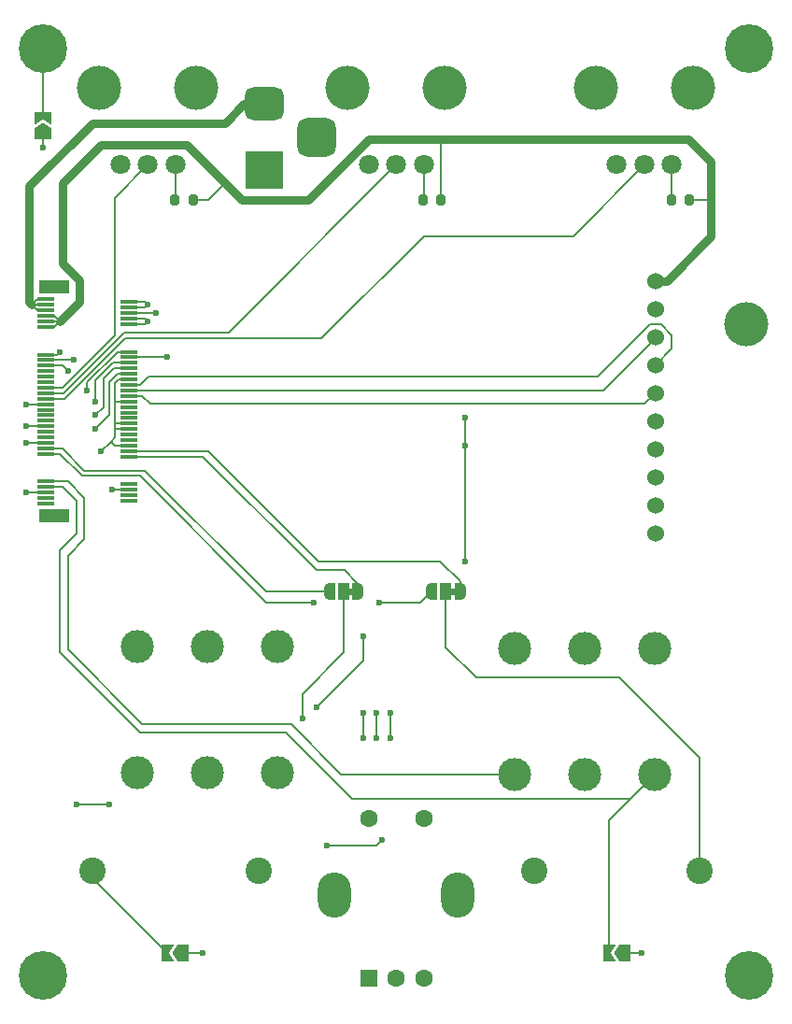
<source format=gbr>
%TF.GenerationSoftware,KiCad,Pcbnew,8.0.1*%
%TF.CreationDate,2024-04-21T18:31:03+02:00*%
%TF.ProjectId,Hypersonic_pedal_pcb,48797065-7273-46f6-9e69-635f70656461,rev?*%
%TF.SameCoordinates,Original*%
%TF.FileFunction,Copper,L2,Bot*%
%TF.FilePolarity,Positive*%
%FSLAX46Y46*%
G04 Gerber Fmt 4.6, Leading zero omitted, Abs format (unit mm)*
G04 Created by KiCad (PCBNEW 8.0.1) date 2024-04-21 18:31:03*
%MOMM*%
%LPD*%
G01*
G04 APERTURE LIST*
G04 Aperture macros list*
%AMRoundRect*
0 Rectangle with rounded corners*
0 $1 Rounding radius*
0 $2 $3 $4 $5 $6 $7 $8 $9 X,Y pos of 4 corners*
0 Add a 4 corners polygon primitive as box body*
4,1,4,$2,$3,$4,$5,$6,$7,$8,$9,$2,$3,0*
0 Add four circle primitives for the rounded corners*
1,1,$1+$1,$2,$3*
1,1,$1+$1,$4,$5*
1,1,$1+$1,$6,$7*
1,1,$1+$1,$8,$9*
0 Add four rect primitives between the rounded corners*
20,1,$1+$1,$2,$3,$4,$5,0*
20,1,$1+$1,$4,$5,$6,$7,0*
20,1,$1+$1,$6,$7,$8,$9,0*
20,1,$1+$1,$8,$9,$2,$3,0*%
%AMFreePoly0*
4,1,6,1.000000,0.000000,0.500000,-0.750000,-0.500000,-0.750000,-0.500000,0.750000,0.500000,0.750000,1.000000,0.000000,1.000000,0.000000,$1*%
%AMFreePoly1*
4,1,6,0.500000,-0.750000,-0.650000,-0.750000,-0.150000,0.000000,-0.650000,0.750000,0.500000,0.750000,0.500000,-0.750000,0.500000,-0.750000,$1*%
%AMFreePoly2*
4,1,19,0.550000,-0.750000,0.000000,-0.750000,0.000000,-0.744911,-0.071157,-0.744911,-0.207708,-0.704816,-0.327430,-0.627875,-0.420627,-0.520320,-0.479746,-0.390866,-0.500000,-0.250000,-0.500000,0.250000,-0.479746,0.390866,-0.420627,0.520320,-0.327430,0.627875,-0.207708,0.704816,-0.071157,0.744911,0.000000,0.744911,0.000000,0.750000,0.550000,0.750000,0.550000,-0.750000,0.550000,-0.750000,
$1*%
%AMFreePoly3*
4,1,19,0.000000,0.744911,0.071157,0.744911,0.207708,0.704816,0.327430,0.627875,0.420627,0.520320,0.479746,0.390866,0.500000,0.250000,0.500000,-0.250000,0.479746,-0.390866,0.420627,-0.520320,0.327430,-0.627875,0.207708,-0.704816,0.071157,-0.744911,0.000000,-0.744911,0.000000,-0.750000,-0.550000,-0.750000,-0.550000,0.750000,0.000000,0.750000,0.000000,0.744911,0.000000,0.744911,
$1*%
G04 Aperture macros list end*
%TA.AperFunction,EtchedComponent*%
%ADD10C,0.000000*%
%TD*%
%TA.AperFunction,ComponentPad*%
%ADD11C,3.000000*%
%TD*%
%TA.AperFunction,SMDPad,CuDef*%
%ADD12R,1.550000X0.300000*%
%TD*%
%TA.AperFunction,SMDPad,CuDef*%
%ADD13R,2.750000X1.200000*%
%TD*%
%TA.AperFunction,ComponentPad*%
%ADD14C,4.000000*%
%TD*%
%TA.AperFunction,ComponentPad*%
%ADD15RoundRect,0.250000X0.550000X-0.550000X0.550000X0.550000X-0.550000X0.550000X-0.550000X-0.550000X0*%
%TD*%
%TA.AperFunction,ComponentPad*%
%ADD16C,1.600000*%
%TD*%
%TA.AperFunction,ComponentPad*%
%ADD17O,3.000000X4.100000*%
%TD*%
%TA.AperFunction,ComponentPad*%
%ADD18C,1.524000*%
%TD*%
%TA.AperFunction,SMDPad,CuDef*%
%ADD19FreePoly0,90.000000*%
%TD*%
%TA.AperFunction,SMDPad,CuDef*%
%ADD20FreePoly1,90.000000*%
%TD*%
%TA.AperFunction,ComponentPad*%
%ADD21C,0.700000*%
%TD*%
%TA.AperFunction,ComponentPad*%
%ADD22C,4.400000*%
%TD*%
%TA.AperFunction,WasherPad*%
%ADD23C,4.000000*%
%TD*%
%TA.AperFunction,ComponentPad*%
%ADD24C,1.800000*%
%TD*%
%TA.AperFunction,SMDPad,CuDef*%
%ADD25FreePoly2,180.000000*%
%TD*%
%TA.AperFunction,SMDPad,CuDef*%
%ADD26R,1.000000X1.500000*%
%TD*%
%TA.AperFunction,SMDPad,CuDef*%
%ADD27FreePoly3,180.000000*%
%TD*%
%TA.AperFunction,SMDPad,CuDef*%
%ADD28FreePoly0,180.000000*%
%TD*%
%TA.AperFunction,SMDPad,CuDef*%
%ADD29FreePoly1,180.000000*%
%TD*%
%TA.AperFunction,SMDPad,CuDef*%
%ADD30RoundRect,0.200000X0.200000X0.275000X-0.200000X0.275000X-0.200000X-0.275000X0.200000X-0.275000X0*%
%TD*%
%TA.AperFunction,ComponentPad*%
%ADD31R,3.500000X3.500000*%
%TD*%
%TA.AperFunction,ComponentPad*%
%ADD32RoundRect,0.750000X-1.000000X0.750000X-1.000000X-0.750000X1.000000X-0.750000X1.000000X0.750000X0*%
%TD*%
%TA.AperFunction,ComponentPad*%
%ADD33RoundRect,0.875000X-0.875000X0.875000X-0.875000X-0.875000X0.875000X-0.875000X0.875000X0.875000X0*%
%TD*%
%TA.AperFunction,ComponentPad*%
%ADD34C,2.400000*%
%TD*%
%TA.AperFunction,ViaPad*%
%ADD35C,0.600000*%
%TD*%
%TA.AperFunction,Conductor*%
%ADD36C,0.200000*%
%TD*%
%TA.AperFunction,Conductor*%
%ADD37C,0.800000*%
%TD*%
G04 APERTURE END LIST*
D10*
%TA.AperFunction,EtchedComponent*%
%TO.C,JP3*%
G36*
X121650000Y-126050000D02*
G01*
X121150000Y-126050000D01*
X121150000Y-125450000D01*
X121650000Y-125450000D01*
X121650000Y-126050000D01*
G37*
%TD.AperFunction*%
%TA.AperFunction,EtchedComponent*%
%TO.C,JP4*%
G36*
X112400000Y-126050000D02*
G01*
X111900000Y-126050000D01*
X111900000Y-125450000D01*
X112400000Y-125450000D01*
X112400000Y-126050000D01*
G37*
%TD.AperFunction*%
%TD*%
D11*
%TO.P,J3,R*%
%TO.N,unconnected-(J3-PadR)*%
X133350000Y-142285000D03*
%TO.P,J3,RN*%
%TO.N,N/C*%
X133350000Y-130855000D03*
%TO.P,J3,S*%
%TO.N,/IN-*%
X139700000Y-142285000D03*
%TO.P,J3,SN*%
%TO.N,N/C*%
X139700000Y-130855000D03*
%TO.P,J3,T*%
%TO.N,/IN+*%
X127000000Y-142285000D03*
%TO.P,J3,TN*%
%TO.N,N/C*%
X127000000Y-130855000D03*
%TD*%
%TO.P,J2,R*%
%TO.N,unconnected-(J2-PadR)*%
X99150000Y-130715000D03*
%TO.P,J2,RN*%
%TO.N,N/C*%
X99150000Y-142145000D03*
%TO.P,J2,S*%
%TO.N,Net-(JP2-B)*%
X92800000Y-130715000D03*
%TO.P,J2,SN*%
%TO.N,N/C*%
X92800000Y-142145000D03*
%TO.P,J2,T*%
%TO.N,Net-(C1-Pad1)*%
X105500000Y-130715000D03*
%TO.P,J2,TN*%
%TO.N,N/C*%
X105500000Y-142145000D03*
%TD*%
D12*
%TO.P,J1,1,VIN*%
%TO.N,+9V*%
X84490000Y-99250000D03*
%TO.P,J1,2,GND*%
%TO.N,GND*%
X92040000Y-99500000D03*
%TO.P,J1,3,VIN*%
%TO.N,+9V*%
X84490000Y-99750000D03*
%TO.P,J1,4,GND*%
%TO.N,GND*%
X92040000Y-100000000D03*
%TO.P,J1,5,VIN*%
%TO.N,+9V*%
X84490000Y-100250000D03*
%TO.P,J1,6,GND*%
%TO.N,GND*%
X92040000Y-100500000D03*
%TO.P,J1,7,3V3*%
%TO.N,+3V3*%
X84490000Y-100750000D03*
%TO.P,J1,8,GND*%
%TO.N,GND*%
X92040000Y-101000000D03*
%TO.P,J1,9,3V3*%
%TO.N,+3V3*%
X84490000Y-101250000D03*
%TO.P,J1,10,GND*%
%TO.N,GND*%
X92040000Y-101500000D03*
%TO.P,J1,11,3V3*%
%TO.N,+3V3*%
X84490000Y-101750000D03*
%TO.P,J1,20,GPIOD0*%
%TO.N,/SD_CS*%
X92040000Y-104000000D03*
%TO.P,J1,21,GPIOA0*%
%TO.N,/BLK*%
X84490000Y-104250000D03*
%TO.P,J1,22,GPIOD1*%
%TO.N,/SCREEN_CS*%
X92040000Y-104500000D03*
%TO.P,J1,23,GPIOA1*%
%TO.N,/SCREEN_RES*%
X84490000Y-104750000D03*
%TO.P,J1,24,GPIOD2*%
%TO.N,/D2*%
X92040000Y-105000000D03*
%TO.P,J1,25,GPIOA2*%
%TO.N,/SCREEN_DC*%
X84490000Y-105250000D03*
%TO.P,J1,26,GPIOD3*%
%TO.N,/D3*%
X92040000Y-105500000D03*
%TO.P,J1,27,GPIOA3*%
%TO.N,unconnected-(J1-GPIOA3-Pad27)*%
X84490000Y-105750000D03*
%TO.P,J1,28,GPIOD4*%
%TO.N,/D4*%
X92040000Y-106000000D03*
%TO.P,J1,29,GPIOA4*%
%TO.N,unconnected-(J1-GPIOA4-Pad29)*%
X84490000Y-106250000D03*
%TO.P,J1,30,GND*%
%TO.N,GND*%
X92040000Y-106500000D03*
%TO.P,J1,31,GPIOA5*%
%TO.N,unconnected-(J1-GPIOA5-Pad31)*%
X84490000Y-106750000D03*
%TO.P,J1,32,SPI_MOSI*%
%TO.N,/MOSI*%
X92040000Y-107000000D03*
%TO.P,J1,33,GPIOA6*%
%TO.N,/A6*%
X84490000Y-107250000D03*
%TO.P,J1,34,SPI_CLK*%
%TO.N,/SCLK*%
X92040000Y-107500000D03*
%TO.P,J1,35,GPIOA7*%
%TO.N,/A7*%
X84490000Y-107750000D03*
%TO.P,J1,36,SPI_MISO*%
%TO.N,/MISO*%
X92040000Y-108000000D03*
%TO.P,J1,37,GPIOA8*%
%TO.N,/A8*%
X84490000Y-108250000D03*
%TO.P,J1,38,GND*%
%TO.N,GND*%
X92040000Y-108500000D03*
%TO.P,J1,39,GND*%
X84490000Y-108750000D03*
%TO.P,J1,40,I2C_SDA*%
%TO.N,unconnected-(J1-I2C_SDA-Pad40)*%
X92040000Y-109000000D03*
%TO.P,J1,41,TX*%
%TO.N,unconnected-(J1-TX-Pad41)*%
X84490000Y-109250000D03*
%TO.P,J1,42,I2C_SCL*%
%TO.N,unconnected-(J1-I2C_SCL-Pad42)*%
X92040000Y-109500000D03*
%TO.P,J1,43,RX*%
%TO.N,unconnected-(J1-RX-Pad43)*%
X84490000Y-109750000D03*
%TO.P,J1,44,NC*%
%TO.N,unconnected-(J1-NC-Pad44)*%
X92040000Y-110000000D03*
%TO.P,J1,45,NC*%
%TO.N,unconnected-(J1-NC-Pad45)*%
X84490000Y-110250000D03*
%TO.P,J1,46,GND*%
%TO.N,GND*%
X92040000Y-110500000D03*
%TO.P,J1,47,GND*%
X84490000Y-110750000D03*
%TO.P,J1,48,GND*%
X92040000Y-111000000D03*
%TO.P,J1,49,HP_OUT_R+*%
%TO.N,unconnected-(J1-HP_OUT_R+-Pad49)*%
X84490000Y-111250000D03*
%TO.P,J1,50,A_OUT_R-*%
%TO.N,unconnected-(J1-A_OUT_R--Pad50)*%
X92040000Y-111500000D03*
%TO.P,J1,51,HP_OUT_R-*%
%TO.N,unconnected-(J1-HP_OUT_R--Pad51)*%
X84490000Y-111750000D03*
%TO.P,J1,52,A_OUT_R+*%
%TO.N,unconnected-(J1-A_OUT_R+-Pad52)*%
X92040000Y-112000000D03*
%TO.P,J1,53,GND*%
%TO.N,GND*%
X84490000Y-112250000D03*
%TO.P,J1,54,GND*%
X92040000Y-112500000D03*
%TO.P,J1,55,HP_OUT_L-*%
%TO.N,/HP-*%
X84490000Y-112750000D03*
%TO.P,J1,56,A_OUT_L+*%
%TO.N,/LINE+*%
X92040000Y-113000000D03*
%TO.P,J1,57,HP_OUT_L+*%
%TO.N,/HP+*%
X84490000Y-113250000D03*
%TO.P,J1,58,A_OUT_L-*%
%TO.N,/LINE-*%
X92040000Y-113500000D03*
%TO.P,J1,67,A_IN1_L+*%
%TO.N,/IN+*%
X84490000Y-115750000D03*
%TO.P,J1,68,A_IN2_R*%
%TO.N,unconnected-(J1-A_IN2_R-Pad68)*%
X92040000Y-116000000D03*
%TO.P,J1,69,A_IN1_L-*%
%TO.N,/IN-*%
X84490000Y-116250000D03*
%TO.P,J1,70,GND*%
%TO.N,GND*%
X92040000Y-116500000D03*
%TO.P,J1,71,GND*%
X84490000Y-116750000D03*
%TO.P,J1,72,MICBIAS*%
%TO.N,unconnected-(J1-MICBIAS-Pad72)*%
X92040000Y-117000000D03*
%TO.P,J1,73,A_IN1_R+*%
%TO.N,unconnected-(J1-A_IN1_R+-Pad73)*%
X84490000Y-117250000D03*
%TO.P,J1,74,A_IN2_L*%
%TO.N,unconnected-(J1-A_IN2_L-Pad74)*%
X92040000Y-117500000D03*
%TO.P,J1,75,A_IN1_R-*%
%TO.N,unconnected-(J1-A_IN1_R--Pad75)*%
X84490000Y-117750000D03*
D13*
%TO.P,J1,SH1*%
%TO.N,N/C*%
X85265000Y-98150000D03*
%TO.P,J1,SH2*%
X85265000Y-118850000D03*
D14*
%TO.P,J1,SH3*%
X148015000Y-101500000D03*
%TD*%
D15*
%TO.P,SW1,A,A*%
%TO.N,/D4*%
X113750000Y-160750000D03*
D16*
%TO.P,SW1,B,B*%
%TO.N,/D3*%
X118750000Y-160750000D03*
%TO.P,SW1,C,C*%
%TO.N,GND*%
X116250000Y-160750000D03*
%TO.P,SW1,S1,S1*%
%TO.N,/D2*%
X113750000Y-146250000D03*
%TO.P,SW1,S2,S2*%
%TO.N,GND*%
X118750000Y-146250000D03*
D17*
%TO.P,SW1,SH*%
%TO.N,N/C*%
X110650000Y-153250000D03*
X121850000Y-153250000D03*
%TD*%
D18*
%TO.P,J5,1,Pin_1*%
%TO.N,+3V3*%
X139750000Y-97570000D03*
%TO.P,J5,2,Pin_2*%
%TO.N,GND*%
X139750000Y-100110000D03*
%TO.P,J5,3,Pin_3*%
%TO.N,/SCLK*%
X139750000Y-102650000D03*
%TO.P,J5,4,Pin_4*%
%TO.N,/MOSI*%
X139750000Y-105190000D03*
%TO.P,J5,5,Pin_5*%
%TO.N,/MISO*%
X139750000Y-107730000D03*
%TO.P,J5,6,Pin_6*%
%TO.N,/SCREEN_CS*%
X139750000Y-110270000D03*
%TO.P,J5,7,Pin_7*%
%TO.N,/SCREEN_RES*%
X139750000Y-112810000D03*
%TO.P,J5,8,Pin_8*%
%TO.N,/SCREEN_DC*%
X139750000Y-115350000D03*
%TO.P,J5,9,Pin_9*%
%TO.N,/BLK*%
X139750000Y-117890000D03*
%TO.P,J5,10,Pin_10*%
%TO.N,/SD_CS*%
X139750000Y-120430000D03*
%TD*%
D19*
%TO.P,JP5,1,A*%
%TO.N,GND*%
X84250000Y-84224999D03*
D20*
%TO.P,JP5,2,B*%
%TO.N,Net-(JP5-B)*%
X84250000Y-82775001D03*
%TD*%
D21*
%TO.P,H4,1,1*%
%TO.N,unconnected-(H4-Pad1)*%
X82600000Y-160500000D03*
X83083274Y-159333274D03*
X83083274Y-161666726D03*
X84250000Y-158850000D03*
D22*
X84250000Y-160500000D03*
D21*
X84250000Y-162150000D03*
X85416726Y-159333274D03*
X85416726Y-161666726D03*
X85900000Y-160500000D03*
%TD*%
%TO.P,H3,1,1*%
%TO.N,unconnected-(H3-Pad1)*%
X146600000Y-160500000D03*
X147083274Y-159333274D03*
X147083274Y-161666726D03*
X148250000Y-158850000D03*
D22*
X148250000Y-160500000D03*
D21*
X148250000Y-162150000D03*
X149416726Y-159333274D03*
X149416726Y-161666726D03*
X149900000Y-160500000D03*
%TD*%
%TO.P,H2,1,1*%
%TO.N,Net-(JP5-B)*%
X82600000Y-76500000D03*
X83083274Y-75333274D03*
X83083274Y-77666726D03*
X84250000Y-74850000D03*
D22*
X84250000Y-76500000D03*
D21*
X84250000Y-78150000D03*
X85416726Y-75333274D03*
X85416726Y-77666726D03*
X85900000Y-76500000D03*
%TD*%
%TO.P,H1,1,1*%
%TO.N,unconnected-(H1-Pad1)*%
X146600000Y-76500000D03*
X147083274Y-75333274D03*
X147083274Y-77666726D03*
X148250000Y-74850000D03*
D22*
X148250000Y-76500000D03*
D21*
X148250000Y-78150000D03*
X149416726Y-75333274D03*
X149416726Y-77666726D03*
X149900000Y-76500000D03*
%TD*%
D23*
%TO.P,RV3,*%
%TO.N,*%
X134350000Y-80050000D03*
X143149999Y-80050000D03*
D24*
%TO.P,RV3,1,1*%
%TO.N,Net-(R3-Pad2)*%
X141250000Y-87050000D03*
%TO.P,RV3,2,2*%
%TO.N,/A8*%
X138750000Y-87050000D03*
%TO.P,RV3,3,3*%
%TO.N,GND*%
X136250000Y-87050000D03*
%TD*%
D23*
%TO.P,RV2,*%
%TO.N,*%
X111850000Y-80050000D03*
X120649999Y-80050000D03*
D24*
%TO.P,RV2,1,1*%
%TO.N,Net-(R2-Pad2)*%
X118750000Y-87050000D03*
%TO.P,RV2,2,2*%
%TO.N,/A7*%
X116250000Y-87050000D03*
%TO.P,RV2,3,3*%
%TO.N,GND*%
X113750000Y-87050000D03*
%TD*%
D23*
%TO.P,RV1,*%
%TO.N,*%
X89350000Y-80050000D03*
X98149999Y-80050000D03*
D24*
%TO.P,RV1,1,1*%
%TO.N,Net-(R1-Pad2)*%
X96250000Y-87050000D03*
%TO.P,RV1,2,2*%
%TO.N,/A6*%
X93750000Y-87050000D03*
%TO.P,RV1,3,3*%
%TO.N,GND*%
X91250000Y-87050000D03*
%TD*%
D25*
%TO.P,JP3,1,A*%
%TO.N,/LINE+*%
X122050000Y-125750000D03*
D26*
%TO.P,JP3,2,C*%
%TO.N,Net-(JP3-C)*%
X120750000Y-125750000D03*
D27*
%TO.P,JP3,3,B*%
%TO.N,/HP+*%
X119450000Y-125750000D03*
%TD*%
D28*
%TO.P,JP1,1,A*%
%TO.N,GND*%
X136975000Y-158500000D03*
D29*
%TO.P,JP1,2,B*%
%TO.N,/IN-*%
X135525000Y-158500000D03*
%TD*%
D28*
%TO.P,JP2,1,A*%
%TO.N,GND*%
X96975000Y-158500000D03*
D29*
%TO.P,JP2,2,B*%
%TO.N,Net-(JP2-B)*%
X95525000Y-158500000D03*
%TD*%
D25*
%TO.P,JP4,1,A*%
%TO.N,/LINE-*%
X112800000Y-125750000D03*
D26*
%TO.P,JP4,2,C*%
%TO.N,Net-(JP4-C)*%
X111500000Y-125750000D03*
D27*
%TO.P,JP4,3,B*%
%TO.N,/HP-*%
X110200000Y-125750000D03*
%TD*%
D30*
%TO.P,R1,1*%
%TO.N,+3V3*%
X97825000Y-90250000D03*
%TO.P,R1,2*%
%TO.N,Net-(R1-Pad2)*%
X96175000Y-90250000D03*
%TD*%
%TO.P,R3,2*%
%TO.N,Net-(R3-Pad2)*%
X141175000Y-90250000D03*
%TO.P,R3,1*%
%TO.N,+3V3*%
X142825000Y-90250000D03*
%TD*%
%TO.P,R2,1*%
%TO.N,+3V3*%
X120325000Y-90250000D03*
%TO.P,R2,2*%
%TO.N,Net-(R2-Pad2)*%
X118675000Y-90250000D03*
%TD*%
D31*
%TO.P,J4,1*%
%TO.N,GND*%
X104333260Y-87523514D03*
D32*
%TO.P,J4,2*%
%TO.N,+9V*%
X104333260Y-81523514D03*
D33*
%TO.P,J4,3*%
%TO.N,unconnected-(J4-Pad3)*%
X109033260Y-84523514D03*
%TD*%
D34*
%TO.P,C1,1*%
%TO.N,Net-(C1-Pad1)*%
X128750000Y-151000000D03*
%TO.P,C1,2*%
%TO.N,Net-(JP3-C)*%
X143750000Y-151000000D03*
%TD*%
%TO.P,C2,1*%
%TO.N,Net-(JP2-B)*%
X88750000Y-151000000D03*
%TO.P,C2,2*%
%TO.N,Net-(JP4-C)*%
X103750000Y-151000000D03*
%TD*%
D35*
%TO.N,GND*%
X87250000Y-145000000D03*
X90250000Y-145000000D03*
X122500000Y-112500000D03*
X122500000Y-110000000D03*
X122500000Y-123000000D03*
X115000000Y-148250000D03*
X110000000Y-148750000D03*
X113250000Y-129750000D03*
X109000000Y-136250000D03*
X138500000Y-158500000D03*
X98750000Y-158500000D03*
X84250000Y-85500000D03*
X90500000Y-116500000D03*
X89500000Y-113000000D03*
X93750000Y-99750000D03*
X94500000Y-100500000D03*
X93750000Y-101250000D03*
X82750000Y-108750000D03*
X82750000Y-110750000D03*
X82750000Y-112250000D03*
X82750000Y-116750000D03*
%TO.N,/D4*%
X113250000Y-139000000D03*
X113250000Y-136750000D03*
%TO.N,/D3*%
X114500000Y-139000000D03*
X114500000Y-136750000D03*
%TO.N,/D2*%
X115750000Y-139000000D03*
X115750000Y-136750000D03*
%TO.N,Net-(JP4-C)*%
X107750000Y-137250000D03*
%TO.N,/D4*%
X89000000Y-111000000D03*
%TO.N,/D3*%
X89000000Y-109750000D03*
%TO.N,/D2*%
X89000000Y-108500000D03*
%TO.N,/HP+*%
X114750000Y-126750000D03*
X108750000Y-126750000D03*
%TO.N,/SCREEN_RES*%
X87000000Y-104750000D03*
%TO.N,/SCREEN_DC*%
X86500000Y-105750000D03*
%TO.N,/BLK*%
X85750000Y-104000000D03*
%TO.N,/SD_CS*%
X88250000Y-107500000D03*
%TO.N,/SCREEN_CS*%
X95500000Y-104500000D03*
%TD*%
D36*
%TO.N,/HP+*%
X118450000Y-126750000D02*
X119450000Y-125750000D01*
X114750000Y-126750000D02*
X118450000Y-126750000D01*
%TO.N,Net-(JP3-C)*%
X120750000Y-130750000D02*
X120750000Y-125750000D01*
X123500000Y-133500000D02*
X120750000Y-130750000D01*
X136500000Y-133500000D02*
X123500000Y-133500000D01*
X143750000Y-140750000D02*
X136500000Y-133500000D01*
X143750000Y-151000000D02*
X143750000Y-140750000D01*
%TO.N,/LINE+*%
X99250000Y-113000000D02*
X92039999Y-113000000D01*
X120250000Y-123000000D02*
X109250000Y-123000000D01*
X109250000Y-123000000D02*
X99250000Y-113000000D01*
X122050000Y-124800000D02*
X120250000Y-123000000D01*
X122050000Y-125750000D02*
X122050000Y-124800000D01*
%TO.N,/MOSI*%
X134500000Y-106250000D02*
X93814999Y-106250000D01*
X139250000Y-101500000D02*
X134500000Y-106250000D01*
X140250000Y-101500000D02*
X139250000Y-101500000D01*
X141250000Y-102500000D02*
X140250000Y-101500000D01*
X93814999Y-106250000D02*
X93064999Y-107000000D01*
X141250000Y-103690000D02*
X141250000Y-102500000D01*
X93064999Y-107000000D02*
X92040000Y-107000000D01*
X139750000Y-105190000D02*
X141250000Y-103690000D01*
%TO.N,/MISO*%
X138750000Y-108730000D02*
X93980000Y-108730000D01*
X93250001Y-108000001D02*
X92040000Y-108000001D01*
X139750000Y-107730000D02*
X138750000Y-108730000D01*
X93980000Y-108730000D02*
X93250001Y-108000001D01*
%TO.N,/SCLK*%
X139750000Y-102650000D02*
X139750000Y-102750000D01*
D37*
%TO.N,+3V3*%
X140750000Y-97570000D02*
X139750000Y-97570000D01*
X144750000Y-93570000D02*
X140750000Y-97570000D01*
X144750000Y-90250000D02*
X144750000Y-93570000D01*
D36*
%TO.N,/SCLK*%
X139750000Y-102750000D02*
X135000000Y-107500000D01*
X135000000Y-107500000D02*
X92040000Y-107500000D01*
%TO.N,GND*%
X87250000Y-145000000D02*
X90250000Y-145000000D01*
X113250000Y-129750000D02*
X113250000Y-132000000D01*
X113250000Y-132000000D02*
X109000000Y-136250000D01*
X110000000Y-148750000D02*
X114500000Y-148750000D01*
X114500000Y-148750000D02*
X115000000Y-148250000D01*
%TO.N,/IN-*%
X86000000Y-116250000D02*
X84490000Y-116250000D01*
X87250000Y-117500000D02*
X86000000Y-116250000D01*
X85750000Y-122000000D02*
X87250000Y-120500000D01*
X93000000Y-138500000D02*
X85750000Y-131250000D01*
X106250000Y-138500000D02*
X93000000Y-138500000D01*
X85750000Y-131250000D02*
X85750000Y-122000000D01*
X87250000Y-120500000D02*
X87250000Y-117500000D01*
X112250000Y-144500000D02*
X106250000Y-138500000D01*
X137485000Y-144500000D02*
X112250000Y-144500000D01*
X139700000Y-142285000D02*
X137485000Y-144500000D01*
%TO.N,/IN+*%
X86500000Y-115750000D02*
X84490000Y-115750000D01*
X88000000Y-117250000D02*
X86500000Y-115750000D01*
X88000000Y-121000000D02*
X88000000Y-117250000D01*
X86500000Y-122500000D02*
X88000000Y-121000000D01*
X86500000Y-131000000D02*
X86500000Y-122500000D01*
X93250000Y-137750000D02*
X86500000Y-131000000D01*
X106750000Y-137750000D02*
X93250000Y-137750000D01*
X127000000Y-142285000D02*
X111285000Y-142285000D01*
X111285000Y-142285000D02*
X106750000Y-137750000D01*
%TO.N,/HP-*%
X86000000Y-112750000D02*
X84490000Y-112750000D01*
X104500000Y-125750000D02*
X93500000Y-114750000D01*
X93500000Y-114750000D02*
X88000000Y-114750000D01*
X110200000Y-125750000D02*
X104500000Y-125750000D01*
X88000000Y-114750000D02*
X86000000Y-112750000D01*
%TO.N,/HP+*%
X85750000Y-113250000D02*
X84490000Y-113250000D01*
X87750000Y-115250000D02*
X85750000Y-113250000D01*
X93000000Y-115250000D02*
X87750000Y-115250000D01*
X104500000Y-126750000D02*
X93000000Y-115250000D01*
X108750000Y-126750000D02*
X104500000Y-126750000D01*
%TO.N,GND*%
X122500000Y-112500000D02*
X122500000Y-123000000D01*
X122500000Y-110000000D02*
X122500000Y-112500000D01*
%TO.N,/LINE-*%
X98750000Y-113500000D02*
X92040000Y-113500000D01*
X109000000Y-123750000D02*
X98750000Y-113500000D01*
X112800000Y-124995000D02*
X111555000Y-123750000D01*
X112800000Y-125750000D02*
X112800000Y-124995000D01*
X111555000Y-123750000D02*
X109000000Y-123750000D01*
%TO.N,GND*%
X136975000Y-158500000D02*
X138500000Y-158500000D01*
X96975000Y-158500000D02*
X98750000Y-158500000D01*
X84250000Y-85500000D02*
X84250000Y-84224999D01*
X92040000Y-116500000D02*
X90500000Y-116500000D01*
X92040000Y-108500000D02*
X90750000Y-108500000D01*
X90750000Y-108500000D02*
X90750000Y-106815686D01*
X90750000Y-110500000D02*
X90750000Y-108500000D01*
X92039999Y-110500000D02*
X90750000Y-110500000D01*
X90750000Y-111000000D02*
X90750000Y-110500000D01*
X90750000Y-111750000D02*
X90750000Y-111000000D01*
X92040000Y-111000000D02*
X90750000Y-111000000D01*
X90750000Y-112500000D02*
X90375000Y-112125000D01*
X92040000Y-112500000D02*
X90750000Y-112500000D01*
X89500000Y-113000000D02*
X90375000Y-112125000D01*
X90375000Y-112125000D02*
X90750000Y-111750000D01*
X90750000Y-106815686D02*
X91065686Y-106500000D01*
X91065686Y-106500000D02*
X92039999Y-106500000D01*
X93500000Y-99500000D02*
X93750000Y-99750000D01*
X92040000Y-99500000D02*
X93500000Y-99500000D01*
X93500001Y-99999999D02*
X93750000Y-99750000D01*
X92040000Y-99999999D02*
X93500001Y-99999999D01*
X92040000Y-100500000D02*
X94500000Y-100500000D01*
X93500000Y-101000000D02*
X93750000Y-101250000D01*
X92040000Y-101000000D02*
X93500000Y-101000000D01*
X93500000Y-101500000D02*
X93750000Y-101250000D01*
X92039999Y-101500000D02*
X93500000Y-101500000D01*
X84490000Y-108750000D02*
X82750000Y-108750000D01*
X84490000Y-110750000D02*
X82750000Y-110750000D01*
X84490000Y-112250000D02*
X82750000Y-112250000D01*
X84490000Y-116750000D02*
X82750000Y-116750000D01*
%TO.N,/D4*%
X113250000Y-139000000D02*
X113250000Y-136750000D01*
%TO.N,/D3*%
X114500000Y-136750000D02*
X114500000Y-139000000D01*
%TO.N,/D2*%
X115750000Y-136750000D02*
X115750000Y-139000000D01*
%TO.N,Net-(R1-Pad2)*%
X96250000Y-90175000D02*
X96175000Y-90250000D01*
X96250000Y-87050000D02*
X96250000Y-90175000D01*
%TO.N,Net-(R2-Pad2)*%
X118750000Y-90175000D02*
X118675000Y-90250000D01*
X118750000Y-87050000D02*
X118750000Y-90175000D01*
%TO.N,Net-(R3-Pad2)*%
X141250000Y-90175000D02*
X141175000Y-90250000D01*
X141250000Y-87050000D02*
X141250000Y-90175000D01*
%TO.N,+3V3*%
X142825000Y-90250000D02*
X144750000Y-90250000D01*
D37*
X144750000Y-86750000D02*
X144750000Y-90250000D01*
D36*
X120325000Y-84825000D02*
X120250000Y-84750000D01*
X120325000Y-90250000D02*
X120325000Y-84825000D01*
D37*
X120250000Y-84750000D02*
X142750000Y-84750000D01*
X113750000Y-84750000D02*
X120250000Y-84750000D01*
D36*
X99250000Y-90250000D02*
X100750000Y-88750000D01*
X97825000Y-90250000D02*
X99250000Y-90250000D01*
D37*
X100750000Y-88750000D02*
X102250000Y-90250000D01*
X97250000Y-85250000D02*
X100750000Y-88750000D01*
X142750000Y-84750000D02*
X144750000Y-86750000D01*
X108250000Y-90250000D02*
X113750000Y-84750000D01*
X86000000Y-88750000D02*
X89500000Y-85250000D01*
X89500000Y-85250000D02*
X97250000Y-85250000D01*
X86000000Y-96000000D02*
X86000000Y-88750000D01*
X87500000Y-97500000D02*
X86000000Y-96000000D01*
X85750000Y-101250000D02*
X87500000Y-99500000D01*
X102250000Y-90250000D02*
X108250000Y-90250000D01*
X87500000Y-99500000D02*
X87500000Y-97500000D01*
D36*
X85250000Y-100750000D02*
X84490000Y-100750000D01*
X84490000Y-101250000D02*
X85750000Y-101250000D01*
X85750000Y-101250000D02*
X85250000Y-100750000D01*
X85250000Y-101750000D02*
X84490000Y-101750000D01*
X85750000Y-101250000D02*
X85250000Y-101750000D01*
D37*
%TO.N,+9V*%
X102476486Y-81523514D02*
X104333260Y-81523514D01*
X100750000Y-83250000D02*
X102476486Y-81523514D01*
X88750000Y-83250000D02*
X100750000Y-83250000D01*
X83000000Y-89000000D02*
X88750000Y-83250000D01*
X83000000Y-99500000D02*
X83000000Y-89000000D01*
X83250000Y-99750000D02*
X83000000Y-99500000D01*
D36*
X83750000Y-99250000D02*
X84490000Y-99250000D01*
X83250000Y-99750000D02*
X84490000Y-99750000D01*
X83750000Y-100250000D02*
X84490000Y-100250000D01*
X83250000Y-99750000D02*
X83750000Y-100250000D01*
X83250000Y-99750000D02*
X83750000Y-99250000D01*
%TO.N,Net-(JP4-C)*%
X111500000Y-131250000D02*
X111500000Y-125750000D01*
X107750000Y-137250000D02*
X107750000Y-135000000D01*
X107750000Y-135000000D02*
X111500000Y-131250000D01*
%TO.N,/IN-*%
X135525000Y-158500000D02*
X135525000Y-146460000D01*
X135525000Y-146460000D02*
X139700000Y-142285000D01*
%TO.N,Net-(JP2-B)*%
X88750000Y-151725000D02*
X88750000Y-151000000D01*
X95525000Y-158500000D02*
X88750000Y-151725000D01*
%TO.N,/D4*%
X91000000Y-106000000D02*
X92040000Y-106000000D01*
X90250000Y-106750000D02*
X91000000Y-106000000D01*
X89000000Y-111000000D02*
X90250000Y-109750000D01*
X90250000Y-109750000D02*
X90250000Y-106750000D01*
%TO.N,/D3*%
X90646372Y-105500000D02*
X92040000Y-105500000D01*
X89750000Y-106396372D02*
X90646372Y-105500000D01*
X89750000Y-109000000D02*
X89750000Y-106396372D01*
X89000000Y-109750000D02*
X89750000Y-109000000D01*
%TO.N,/D2*%
X90580686Y-105000000D02*
X92040000Y-105000000D01*
X89000000Y-108500000D02*
X89000000Y-106580686D01*
X89000000Y-106580686D02*
X90580686Y-105000000D01*
%TO.N,/A8*%
X132300000Y-93500000D02*
X138750000Y-87050000D01*
X118750000Y-93500000D02*
X132300000Y-93500000D01*
X109500000Y-102750000D02*
X118750000Y-93500000D01*
X91699314Y-102750000D02*
X109500000Y-102750000D01*
X86199314Y-108250000D02*
X91699314Y-102750000D01*
X84490000Y-108250000D02*
X86199314Y-108250000D01*
%TO.N,/A7*%
X91565686Y-102250000D02*
X101050000Y-102250000D01*
X86065686Y-107750000D02*
X91565686Y-102250000D01*
X84490000Y-107750000D02*
X86065686Y-107750000D01*
X101050000Y-102250000D02*
X116250000Y-87050000D01*
%TO.N,/A6*%
X90750000Y-90050000D02*
X93750000Y-87050000D01*
X90750000Y-102500000D02*
X90750000Y-90050000D01*
X86000000Y-107250000D02*
X90750000Y-102500000D01*
X84490000Y-107250000D02*
X86000000Y-107250000D01*
%TO.N,/SD_CS*%
X88250000Y-106765000D02*
X91015000Y-104000000D01*
X91015000Y-104000000D02*
X92039999Y-104000000D01*
X88250000Y-107500000D02*
X88250000Y-106765000D01*
%TO.N,Net-(JP5-B)*%
X84250000Y-82775001D02*
X84250000Y-76500000D01*
%TO.N,/SCREEN_DC*%
X86000000Y-105250000D02*
X84490000Y-105250000D01*
X86500000Y-105750000D02*
X86000000Y-105250000D01*
%TO.N,/SCREEN_RES*%
X87000000Y-104750000D02*
X84490000Y-104750000D01*
%TO.N,/BLK*%
X85500000Y-104250000D02*
X84490000Y-104250000D01*
X85750000Y-104000000D02*
X85500000Y-104250000D01*
%TO.N,/SCREEN_CS*%
X95500000Y-104500000D02*
X92040000Y-104500000D01*
%TD*%
M02*

</source>
